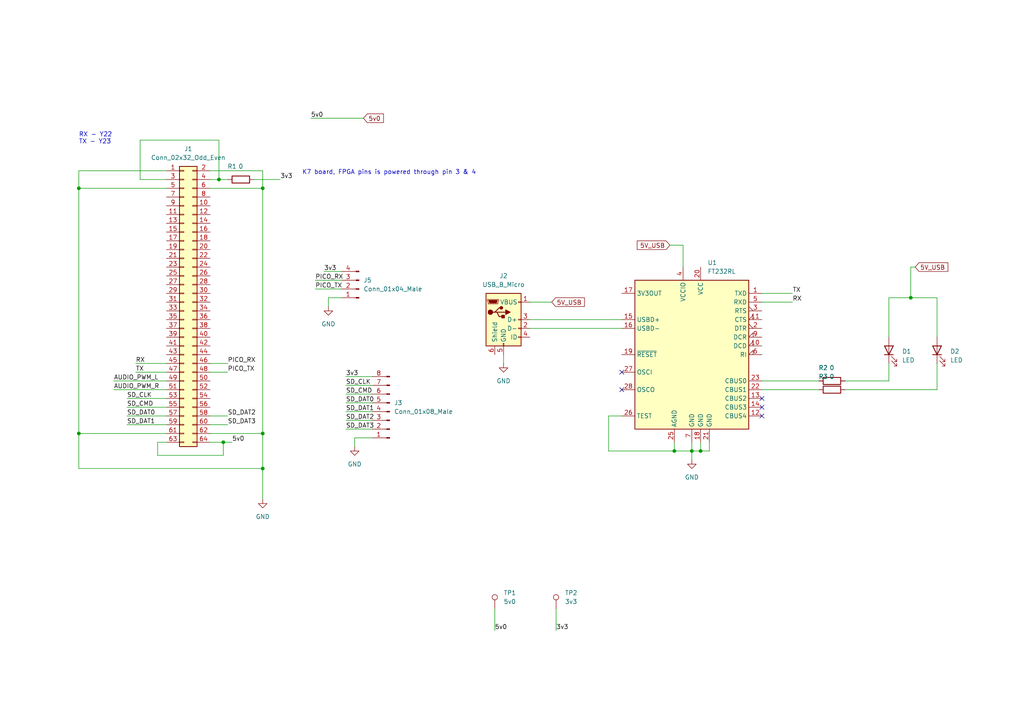
<source format=kicad_sch>
(kicad_sch (version 20211123) (generator eeschema)
  (paper "A4")
  (lib_symbols
    (symbol "Connector:Conn_01x02_Male" (pin_names (offset 1.016) hide)
      (property "Reference" "J" (at 0 2.54 0))
      (property "Value" "Conn_01x02_Male" (at 0 -5.08 0))
      (symbol "Conn_01x02_Male_1_1"
        (polyline (pts (xy 1.27 -2.54) (xy 0.8636 -2.54)) (stroke (width 0.1524)))
        (polyline (pts (xy 1.27 0) (xy 0.8636 0)) (stroke (width 0.1524)))
        (rectangle (start 0.8636 -2.413) (end 0 -2.667) (stroke (width 0.1524)) (fill (type outline)))
        (rectangle (start 0.8636 0.127) (end 0 -0.127) (stroke (width 0.1524)) (fill (type outline)))
        (pin passive line (at 5.08 0 180) (length 3.81) (name "Pin_1") (number "1"))
        (pin passive line (at 5.08 -2.54 180) (length 3.81) (name "Pin_2") (number "2"))
      )
    )
    (symbol "Connector:Conn_01x03_Male" (pin_names (offset 1.016) hide)
      (property "Reference" "J" (at 0 5.08 0))
      (property "Value" "Conn_01x03_Male" (at 0 -5.08 0))
      (symbol "Conn_01x03_Male_1_1"
        (polyline (pts (xy 1.27 -2.54) (xy 0.8636 -2.54)) (stroke (width 0.1524)))
        (polyline (pts (xy 1.27 0) (xy 0.8636 0)) (stroke (width 0.1524)))
        (polyline (pts (xy 1.27 2.54) (xy 0.8636 2.54)) (stroke (width 0.1524)))
        (rectangle (start 0.8636 -2.413) (end 0 -2.667) (stroke (width 0.1524)) (fill (type outline)))
        (rectangle (start 0.8636 0.127) (end 0 -0.127) (stroke (width 0.1524)) (fill (type outline)))
        (rectangle (start 0.8636 2.667) (end 0 2.413) (stroke (width 0.1524)) (fill (type outline)))
        (pin passive line (at 5.08 2.54 180) (length 3.81) (name "Pin_1") (number "1"))
        (pin passive line (at 5.08 0 180) (length 3.81) (name "Pin_2") (number "2"))
        (pin passive line (at 5.08 -2.54 180) (length 3.81) (name "Pin_3") (number "3"))
      )
    )
    (symbol "Connector:Conn_01x04_Male" (pin_names (offset 1.016) hide)
      (property "Reference" "J" (at 0 5.08 0))
      (property "Value" "Conn_01x04_Male" (at 0 -7.62 0))
      (symbol "Conn_01x04_Male_1_1"
        (polyline (pts (xy 1.27 -5.08) (xy 0.8636 -5.08)) (stroke (width 0.1524)))
        (polyline (pts (xy 1.27 -2.54) (xy 0.8636 -2.54)) (stroke (width 0.1524)))
        (polyline (pts (xy 1.27 0) (xy 0.8636 0)) (stroke (width 0.1524)))
        (polyline (pts (xy 1.27 2.54) (xy 0.8636 2.54)) (stroke (width 0.1524)))
        (rectangle (start 0.8636 -4.953) (end 0 -5.207) (stroke (width 0.1524)) (fill (type outline)))
        (rectangle (start 0.8636 -2.413) (end 0 -2.667) (stroke (width 0.1524)) (fill (type outline)))
        (rectangle (start 0.8636 0.127) (end 0 -0.127) (stroke (width 0.1524)) (fill (type outline)))
        (rectangle (start 0.8636 2.667) (end 0 2.413) (stroke (width 0.1524)) (fill (type outline)))
        (pin passive line (at 5.08 2.54 180) (length 3.81) (name "Pin_1") (number "1"))
        (pin passive line (at 5.08 0 180) (length 3.81) (name "Pin_2") (number "2"))
        (pin passive line (at 5.08 -2.54 180) (length 3.81) (name "Pin_3") (number "3"))
        (pin passive line (at 5.08 -5.08 180) (length 3.81) (name "Pin_4") (number "4"))
      )
    )
    (symbol "Connector:Conn_01x08_Male" (pin_names (offset 1.016) hide)
      (property "Reference" "J" (at 0 10.16 0))
      (property "Value" "Conn_01x08_Male" (at 0 -12.7 0))
      (symbol "Conn_01x08_Male_1_1"
        (polyline (pts (xy 1.27 -10.16) (xy 0.8636 -10.16)) (stroke (width 0.1524)))
        (polyline (pts (xy 1.27 -7.62) (xy 0.8636 -7.62)) (stroke (width 0.1524)))
        (polyline (pts (xy 1.27 -5.08) (xy 0.8636 -5.08)) (stroke (width 0.1524)))
        (polyline (pts (xy 1.27 -2.54) (xy 0.8636 -2.54)) (stroke (width 0.1524)))
        (polyline (pts (xy 1.27 0) (xy 0.8636 0)) (stroke (width 0.1524)))
        (polyline (pts (xy 1.27 2.54) (xy 0.8636 2.54)) (stroke (width 0.1524)))
        (polyline (pts (xy 1.27 5.08) (xy 0.8636 5.08)) (stroke (width 0.1524)))
        (polyline (pts (xy 1.27 7.62) (xy 0.8636 7.62)) (stroke (width 0.1524)))
        (rectangle (start 0.8636 -10.033) (end 0 -10.287) (stroke (width 0.1524)) (fill (type outline)))
        (rectangle (start 0.8636 -7.493) (end 0 -7.747) (stroke (width 0.1524)) (fill (type outline)))
        (rectangle (start 0.8636 -4.953) (end 0 -5.207) (stroke (width 0.1524)) (fill (type outline)))
        (rectangle (start 0.8636 -2.413) (end 0 -2.667) (stroke (width 0.1524)) (fill (type outline)))
        (rectangle (start 0.8636 0.127) (end 0 -0.127) (stroke (width 0.1524)) (fill (type outline)))
        (rectangle (start 0.8636 2.667) (end 0 2.413) (stroke (width 0.1524)) (fill (type outline)))
        (rectangle (start 0.8636 5.207) (end 0 4.953) (stroke (width 0.1524)) (fill (type outline)))
        (rectangle (start 0.8636 7.747) (end 0 7.493) (stroke (width 0.1524)) (fill (type outline)))
        (pin passive line (at 5.08 7.62 180) (length 3.81) (name "Pin_1") (number "1"))
        (pin passive line (at 5.08 5.08 180) (length 3.81) (name "Pin_2") (number "2"))
        (pin passive line (at 5.08 2.54 180) (length 3.81) (name "Pin_3") (number "3"))
        (pin passive line (at 5.08 0 180) (length 3.81) (name "Pin_4") (number "4"))
        (pin passive line (at 5.08 -2.54 180) (length 3.81) (name "Pin_5") (number "5"))
        (pin passive line (at 5.08 -5.08 180) (length 3.81) (name "Pin_6") (number "6"))
        (pin passive line (at 5.08 -7.62 180) (length 3.81) (name "Pin_7") (number "7"))
        (pin passive line (at 5.08 -10.16 180) (length 3.81) (name "Pin_8") (number "8"))
      )
    )
    (symbol "Connector:TestPoint" (pin_numbers hide) (pin_names (offset 0.762) hide)
      (property "Reference" "TP" (at 0 6.858 0))
      (property "Value" "TestPoint" (at 0 5.08 0))
      (symbol "TestPoint_0_1"
        (circle (center 0 3.302) (radius 0.762))
      )
      (symbol "TestPoint_1_1"
        (pin passive line (at 0 0 90) (length 2.54) (name "1") (number "1"))
      )
    )
    (symbol "Connector:USB_B_Micro" (pin_names (offset 1.016))
      (property "Reference" "J" (at -5.08 11.43 0))
      (property "Value" "USB_B_Micro" (at -5.08 8.89 0))
      (symbol "USB_B_Micro_0_1"
        (rectangle (start -5.08 -7.62) (end 5.08 7.62) (stroke (width 0.254)) (fill (type background)))
        (circle (center -3.81 2.159) (radius 0.635) (stroke (width 0.254)) (fill (type outline)))
        (circle (center -0.635 3.429) (radius 0.381) (stroke (width 0.254)) (fill (type outline)))
        (rectangle (start -0.127 -7.62) (end 0.127 -6.858))
        (polyline (pts (xy -1.905 2.159) (xy 0.635 2.159)) (stroke (width 0.254)))
        (polyline (pts (xy -3.175 2.159) (xy -2.54 2.159) (xy -1.27 3.429) (xy -0.635 3.429)) (stroke (width 0.254)))
        (polyline (pts (xy -2.54 2.159) (xy -1.905 2.159) (xy -1.27 0.889) (xy 0 0.889)) (stroke (width 0.254)))
        (polyline (pts (xy 0.635 2.794) (xy 0.635 1.524) (xy 1.905 2.159) (xy 0.635 2.794)) (stroke (width 0.254)) (fill (type outline)))
        (polyline (pts (xy -4.318 5.588) (xy -1.778 5.588) (xy -2.032 4.826) (xy -4.064 4.826) (xy -4.318 5.588)) (fill (type outline)))
        (polyline (pts (xy -4.699 5.842) (xy -4.699 5.588) (xy -4.445 4.826) (xy -4.445 4.572) (xy -1.651 4.572) (xy -1.651 4.826) (xy -1.397 5.588) (xy -1.397 5.842) (xy -4.699 5.842)))
        (rectangle (start 0.254 1.27) (end -0.508 0.508) (stroke (width 0.254)) (fill (type outline)))
        (rectangle (start 5.08 -5.207) (end 4.318 -4.953))
        (rectangle (start 5.08 -2.667) (end 4.318 -2.413))
        (rectangle (start 5.08 -0.127) (end 4.318 0.127))
        (rectangle (start 5.08 4.953) (end 4.318 5.207))
      )
      (symbol "USB_B_Micro_1_1"
        (pin power_out line (at 7.62 5.08 180) (length 2.54) (name "VBUS") (number "1"))
        (pin bidirectional line (at 7.62 -2.54 180) (length 2.54) (name "D-") (number "2"))
        (pin bidirectional line (at 7.62 0 180) (length 2.54) (name "D+") (number "3"))
        (pin passive line (at 7.62 -5.08 180) (length 2.54) (name "ID") (number "4"))
        (pin power_out line (at 0 -10.16 90) (length 2.54) (name "GND") (number "5"))
        (pin passive line (at -2.54 -10.16 90) (length 2.54) (name "Shield") (number "6"))
      )
    )
    (symbol "Connector_Generic:Conn_02x32_Odd_Even" (pin_names (offset 1.016) hide)
      (property "Reference" "J" (at 1.27 40.64 0))
      (property "Value" "Conn_02x32_Odd_Even" (at 1.27 -43.18 0))
      (symbol "Conn_02x32_Odd_Even_1_1"
        (rectangle (start -1.27 -40.513) (end 0 -40.767) (stroke (width 0.1524)))
        (rectangle (start -1.27 -37.973) (end 0 -38.227) (stroke (width 0.1524)))
        (rectangle (start -1.27 -35.433) (end 0 -35.687) (stroke (width 0.1524)))
        (rectangle (start -1.27 -32.893) (end 0 -33.147) (stroke (width 0.1524)))
        (rectangle (start -1.27 -30.353) (end 0 -30.607) (stroke (width 0.1524)))
        (rectangle (start -1.27 -27.813) (end 0 -28.067) (stroke (width 0.1524)))
        (rectangle (start -1.27 -25.273) (end 0 -25.527) (stroke (width 0.1524)))
        (rectangle (start -1.27 -22.733) (end 0 -22.987) (stroke (width 0.1524)))
        (rectangle (start -1.27 -20.193) (end 0 -20.447) (stroke (width 0.1524)))
        (rectangle (start -1.27 -17.653) (end 0 -17.907) (stroke (width 0.1524)))
        (rectangle (start -1.27 -15.113) (end 0 -15.367) (stroke (width 0.1524)))
        (rectangle (start -1.27 -12.573) (end 0 -12.827) (stroke (width 0.1524)))
        (rectangle (start -1.27 -10.033) (end 0 -10.287) (stroke (width 0.1524)))
        (rectangle (start -1.27 -7.493) (end 0 -7.747) (stroke (width 0.1524)))
        (rectangle (start -1.27 -4.953) (end 0 -5.207) (stroke (width 0.1524)))
        (rectangle (start -1.27 -2.413) (end 0 -2.667) (stroke (width 0.1524)))
        (rectangle (start -1.27 0.127) (end 0 -0.127) (stroke (width 0.1524)))
        (rectangle (start -1.27 2.667) (end 0 2.413) (stroke (width 0.1524)))
        (rectangle (start -1.27 5.207) (end 0 4.953) (stroke (width 0.1524)))
        (rectangle (start -1.27 7.747) (end 0 7.493) (stroke (width 0.1524)))
        (rectangle (start -1.27 10.287) (end 0 10.033) (stroke (width 0.1524)))
        (rectangle (start -1.27 12.827) (end 0 12.573) (stroke (width 0.1524)))
        (rectangle (start -1.27 15.367) (end 0 15.113) (stroke (width 0.1524)))
        (rectangle (start -1.27 17.907) (end 0 17.653) (stroke (width 0.1524)))
        (rectangle (start -1.27 20.447) (end 0 20.193) (stroke (width 0.1524)))
        (rectangle (start -1.27 22.987) (end 0 22.733) (stroke (width 0.1524)))
        (rectangle (start -1.27 25.527) (end 0 25.273) (stroke (width 0.1524)))
        (rectangle (start -1.27 28.067) (end 0 27.813) (stroke (width 0.1524)))
        (rectangle (start -1.27 30.607) (end 0 30.353) (stroke (width 0.1524)))
        (rectangle (start -1.27 33.147) (end 0 32.893) (stroke (width 0.1524)))
        (rectangle (start -1.27 35.687) (end 0 35.433) (stroke (width 0.1524)))
        (rectangle (start -1.27 38.227) (end 0 37.973) (stroke (width 0.1524)))
        (rectangle (start -1.27 39.37) (end 3.81 -41.91) (stroke (width 0.254)) (fill (type background)))
        (rectangle (start 3.81 -40.513) (end 2.54 -40.767) (stroke (width 0.1524)))
        (rectangle (start 3.81 -37.973) (end 2.54 -38.227) (stroke (width 0.1524)))
        (rectangle (start 3.81 -35.433) (end 2.54 -35.687) (stroke (width 0.1524)))
        (rectangle (start 3.81 -32.893) (end 2.54 -33.147) (stroke (width 0.1524)))
        (rectangle (start 3.81 -30.353) (end 2.54 -30.607) (stroke (width 0.1524)))
        (rectangle (start 3.81 -27.813) (end 2.54 -28.067) (stroke (width 0.1524)))
        (rectangle (start 3.81 -25.273) (end 2.54 -25.527) (stroke (width 0.1524)))
        (rectangle (start 3.81 -22.733) (end 2.54 -22.987) (stroke (width 0.1524)))
        (rectangle (start 3.81 -20.193) (end 2.54 -20.447) (stroke (width 0.1524)))
        (rectangle (start 3.81 -17.653) (end 2.54 -17.907) (stroke (width 0.1524)))
        (rectangle (start 3.81 -15.113) (end 2.54 -15.367) (stroke (width 0.1524)))
        (rectangle (start 3.81 -12.573) (end 2.54 -12.827) (stroke (width 0.1524)))
        (rectangle (start 3.81 -10.033) (end 2.54 -10.287) (stroke (width 0.1524)))
        (rectangle (start 3.81 -7.493) (end 2.54 -7.747) (stroke (width 0.1524)))
        (rectangle (start 3.81 -4.953) (end 2.54 -5.207) (stroke (width 0.1524)))
        (rectangle (start 3.81 -2.413) (end 2.54 -2.667) (stroke (width 0.1524)))
        (rectangle (start 3.81 0.127) (end 2.54 -0.127) (stroke (width 0.1524)))
        (rectangle (start 3.81 2.667) (end 2.54 2.413) (stroke (width 0.1524)))
        (rectangle (start 3.81 5.207) (end 2.54 4.953) (stroke (width 0.1524)))
        (rectangle (start 3.81 7.747) (end 2.54 7.493) (stroke (width 0.1524)))
        (rectangle (start 3.81 10.287) (end 2.54 10.033) (stroke (width 0.1524)))
        (rectangle (start 3.81 12.827) (end 2.54 12.573) (stroke (width 0.1524)))
        (rectangle (start 3.81 15.367) (end 2.54 15.113) (stroke (width 0.1524)))
        (rectangle (start 3.81 17.907) (end 2.54 17.653) (stroke (width 0.1524)))
        (rectangle (start 3.81 20.447) (end 2.54 20.193) (stroke (width 0.1524)))
        (rectangle (start 3.81 22.987) (end 2.54 22.733) (stroke (width 0.1524)))
        (rectangle (start 3.81 25.527) (end 2.54 25.273) (stroke (width 0.1524)))
        (rectangle (start 3.81 28.067) (end 2.54 27.813) (stroke (width 0.1524)))
        (rectangle (start 3.81 30.607) (end 2.54 30.353) (stroke (width 0.1524)))
        (rectangle (start 3.81 33.147) (end 2.54 32.893) (stroke (width 0.1524)))
        (rectangle (start 3.81 35.687) (end 2.54 35.433) (stroke (width 0.1524)))
        (rectangle (start 3.81 38.227) (end 2.54 37.973) (stroke (width 0.1524)))
        (pin passive line (at -5.08 38.1 0) (length 3.81) (name "Pin_1") (number "1"))
        (pin passive line (at 7.62 27.94 180) (length 3.81) (name "Pin_10") (number "10"))
        (pin passive line (at -5.08 25.4 0) (length 3.81) (name "Pin_11") (number "11"))
        (pin passive line (at 7.62 25.4 180) (length 3.81) (name "Pin_12") (number "12"))
        (pin passive line (at -5.08 22.86 0) (length 3.81) (name "Pin_13") (number "13"))
        (pin passive line (at 7.62 22.86 180) (length 3.81) (name "Pin_14") (number "14"))
        (pin passive line (at -5.08 20.32 0) (length 3.81) (name "Pin_15") (number "15"))
        (pin passive line (at 7.62 20.32 180) (length 3.81) (name "Pin_16") (number "16"))
        (pin passive line (at -5.08 17.78 0) (length 3.81) (name "Pin_17") (number "17"))
        (pin passive line (at 7.62 17.78 180) (length 3.81) (name "Pin_18") (number "18"))
        (pin passive line (at -5.08 15.24 0) (length 3.81) (name "Pin_19") (number "19"))
        (pin passive line (at 7.62 38.1 180) (length 3.81) (name "Pin_2") (number "2"))
        (pin passive line (at 7.62 15.24 180) (length 3.81) (name "Pin_20") (number "20"))
        (pin passive line (at -5.08 12.7 0) (length 3.81) (name "Pin_21") (number "21"))
        (pin passive line (at 7.62 12.7 180) (length 3.81) (name "Pin_22") (number "22"))
        (pin passive line (at -5.08 10.16 0) (length 3.81) (name "Pin_23") (number "23"))
        (pin passive line (at 7.62 10.16 180) (length 3.81) (name "Pin_24") (number "24"))
        (pin passive line (at -5.08 7.62 0) (length 3.81) (name "Pin_25") (number "25"))
        (pin passive line (at 7.62 7.62 180) (length 3.81) (name "Pin_26") (number "26"))
        (pin passive line (at -5.08 5.08 0) (length 3.81) (name "Pin_27") (number "27"))
        (pin passive line (at 7.62 5.08 180) (length 3.81) (name "Pin_28") (number "28"))
        (pin passive line (at -5.08 2.54 0) (length 3.81) (name "Pin_29") (number "29"))
        (pin passive line (at -5.08 35.56 0) (length 3.81) (name "Pin_3") (number "3"))
        (pin passive line (at 7.62 2.54 180) (length 3.81) (name "Pin_30") (number "30"))
        (pin passive line (at -5.08 0 0) (length 3.81) (name "Pin_31") (number "31"))
        (pin passive line (at 7.62 0 180) (length 3.81) (name "Pin_32") (number "32"))
        (pin passive line (at -5.08 -2.54 0) (length 3.81) (name "Pin_33") (number "33"))
        (pin passive line (at 7.62 -2.54 180) (length 3.81) (name "Pin_34") (number "34"))
        (pin passive line (at -5.08 -5.08 0) (length 3.81) (name "Pin_35") (number "35"))
        (pin passive line (at 7.62 -5.08 180) (length 3.81) (name "Pin_36") (number "36"))
        (pin passive line (at -5.08 -7.62 0) (length 3.81) (name "Pin_37") (number "37"))
        (pin passive line (at 7.62 -7.62 180) (length 3.81) (name "Pin_38") (number "38"))
        (pin passive line (at -5.08 -10.16 0) (length 3.81) (name "Pin_39") (number "39"))
        (pin passive line (at 7.62 35.56 180) (length 3.81) (name "Pin_4") (number "4"))
        (pin passive line (at 7.62 -10.16 180) (length 3.81) (name "Pin_40") (number "40"))
        (pin passive line (at -5.08 -12.7 0) (length 3.81) (name "Pin_41") (number "41"))
        (pin passive line (at 7.62 -12.7 180) (length 3.81) (name "Pin_42") (number "42"))
        (pin passive line (at -5.08 -15.24 0) (length 3.81) (name "Pin_43") (number "43"))
        (pin passive line (at 7.62 -15.24 180) (length 3.81) (name "Pin_44") (number "44"))
        (pin passive line (at -5.08 -17.78 0) (length 3.81) (name "Pin_45") (number "45"))
        (pin passive line (at 7.62 -17.78 180) (length 3.81) (name "Pin_46") (number "46"))
        (pin passive line (at -5.08 -20.32 0) (length 3.81) (name "Pin_47") (number "47"))
        (pin passive line (at 7.62 -20.32 180) (length 3.81) (name "Pin_48") (number "48"))
        (pin passive line (at -5.08 -22.86 0) (length 3.81) (name "Pin_49") (number "49"))
        (pin passive line (at -5.08 33.02 0) (length 3.81) (name "Pin_5") (number "5"))
        (pin passive line (at 7.62 -22.86 180) (length 3.81) (name "Pin_50") (number "50"))
        (pin passive line (at -5.08 -25.4 0) (length 3.81) (name "Pin_51") (number "51"))
        (pin passive line (at 7.62 -25.4 180) (length 3.81) (name "Pin_52") (number "52"))
        (pin passive line (at -5.08 -27.94 0) (length 3.81) (name "Pin_53") (number "53"))
        (pin passive line (at 7.62 -27.94 180) (length 3.81) (name "Pin_54") (number "54"))
        (pin passive line (at -5.08 -30.48 0) (length 3.81) (name "Pin_55") (number "55"))
        (pin passive line (at 7.62 -30.48 180) (length 3.81) (name "Pin_56") (number "56"))
        (pin passive line (at -5.08 -33.02 0) (length 3.81) (name "Pin_57") (number "57"))
        (pin passive line (at 7.62 -33.02 180) (length 3.81) (name "Pin_58") (number "58"))
        (pin passive line (at -5.08 -35.56 0) (length 3.81) (name "Pin_59") (number "59"))
        (pin passive line (at 7.62 33.02 180) (length 3.81) (name "Pin_6") (number "6"))
        (pin passive line (at 7.62 -35.56 180) (length 3.81) (name "Pin_60") (number "60"))
        (pin passive line (at -5.08 -38.1 0) (length 3.81) (name "Pin_61") (number "61"))
        (pin passive line (at 7.62 -38.1 180) (length 3.81) (name "Pin_62") (number "62"))
        (pin passive line (at -5.08 -40.64 0) (length 3.81) (name "Pin_63") (number "63"))
        (pin passive line (at 7.62 -40.64 180) (length 3.81) (name "Pin_64") (number "64"))
        (pin passive line (at -5.08 30.48 0) (length 3.81) (name "Pin_7") (number "7"))
        (pin passive line (at 7.62 30.48 180) (length 3.81) (name "Pin_8") (number "8"))
        (pin passive line (at -5.08 27.94 0) (length 3.81) (name "Pin_9") (number "9"))
      )
    )
    (symbol "Device:C" (pin_numbers hide) (pin_names (offset 0.254))
      (property "Reference" "C" (at 0.635 2.54 0))
      (property "Value" "C" (at 0.635 -2.54 0))
      (symbol "C_0_1"
        (polyline (pts (xy -2.032 -0.762) (xy 2.032 -0.762)) (stroke (width 0.508)))
        (polyline (pts (xy -2.032 0.762) (xy 2.032 0.762)) (stroke (width 0.508)))
      )
      (symbol "C_1_1"
        (pin passive line (at 0 3.81 270) (length 2.794) (name "~") (number "1"))
        (pin passive line (at 0 -3.81 90) (length 2.794) (name "~") (number "2"))
      )
    )
    (symbol "Device:C_Polarized" (pin_numbers hide) (pin_names (offset 0.254))
      (property "Reference" "C" (at 0.635 2.54 0))
      (property "Value" "C_Polarized" (at 0.635 -2.54 0))
      (symbol "C_Polarized_0_1"
        (rectangle (start -2.286 0.508) (end 2.286 1.016))
        (polyline (pts (xy -1.778 2.286) (xy -0.762 2.286)))
        (polyline (pts (xy -1.27 2.794) (xy -1.27 1.778)))
        (rectangle (start 2.286 -0.508) (end -2.286 -1.016) (fill (type outline)))
      )
      (symbol "C_Polarized_1_1"
        (pin passive line (at 0 3.81 270) (length 2.794) (name "~") (number "1"))
        (pin passive line (at 0 -3.81 90) (length 2.794) (name "~") (number "2"))
      )
    )
    (symbol "Device:LED" (pin_numbers hide) (pin_names (offset 1.016) hide)
      (property "Reference" "D" (at 0 2.54 0))
      (property "Value" "LED" (at 0 -2.54 0))
      (symbol "LED_0_1"
        (polyline (pts (xy -1.27 -1.27) (xy -1.27 1.27)) (stroke (width 0.254)))
        (polyline (pts (xy -1.27 0) (xy 1.27 0)))
        (polyline (pts (xy 1.27 -1.27) (xy 1.27 1.27) (xy -1.27 0) (xy 1.27 -1.27)) (stroke (width 0.254)))
        (polyline (pts (xy -3.048 -0.762) (xy -4.572 -2.286) (xy -3.81 -2.286) (xy -4.572 -2.286) (xy -4.572 -1.524)))
        (polyline (pts (xy -1.778 -0.762) (xy -3.302 -2.286) (xy -2.54 -2.286) (xy -3.302 -2.286) (xy -3.302 -1.524)))
      )
      (symbol "LED_1_1"
        (pin passive line (at -3.81 0 0) (length 2.54) (name "K") (number "1"))
        (pin passive line (at 3.81 0 180) (length 2.54) (name "A") (number "2"))
      )
    )
    (symbol "Device:R" (pin_numbers hide) (pin_names (offset 0))
      (property "Reference" "R" (at 2.032 0 90))
      (property "Value" "R" (at 0 0 90))
      (symbol "R_0_1"
        (rectangle (start -1.016 -2.54) (end 1.016 2.54) (stroke (width 0.254)))
      )
      (symbol "R_1_1"
        (pin passive line (at 0 3.81 270) (length 1.27) (name "~") (number "1"))
        (pin passive line (at 0 -3.81 90) (length 1.27) (name "~") (number "2"))
      )
    )
    (symbol "Interface_USB:FT232RL"
      (property "Reference" "U" (at -16.51 22.86 0))
      (property "Value" "FT232RL" (at 10.16 22.86 0))
      (symbol "FT232RL_0_1"
        (rectangle (start -16.51 21.59) (end 16.51 -21.59) (stroke (width 0.254)) (fill (type background)))
      )
      (symbol "FT232RL_1_1"
        (pin output line (at 20.32 17.78 180) (length 3.81) (name "TXD") (number "1"))
        (pin input input_low (at 20.32 2.54 180) (length 3.81) (name "DCD") (number "10"))
        (pin input input_low (at 20.32 10.16 180) (length 3.81) (name "CTS") (number "11"))
        (pin bidirectional line (at 20.32 -17.78 180) (length 3.81) (name "CBUS4") (number "12"))
        (pin bidirectional line (at 20.32 -12.7 180) (length 3.81) (name "CBUS2") (number "13"))
        (pin bidirectional line (at 20.32 -15.24 180) (length 3.81) (name "CBUS3") (number "14"))
        (pin bidirectional line (at -20.32 10.16 0) (length 3.81) (name "USBD+") (number "15"))
        (pin bidirectional line (at -20.32 7.62 0) (length 3.81) (name "USBD-") (number "16"))
        (pin power_out line (at -20.32 17.78 0) (length 3.81) (name "3V3OUT") (number "17"))
        (pin power_in line (at 2.54 -25.4 90) (length 3.81) (name "GND") (number "18"))
        (pin input line (at -20.32 0 0) (length 3.81) (name "~{RESET}") (number "19"))
        (pin output output_low (at 20.32 7.62 180) (length 3.81) (name "DTR") (number "2"))
        (pin power_in line (at 2.54 25.4 270) (length 3.81) (name "VCC") (number "20"))
        (pin power_in line (at 5.08 -25.4 90) (length 3.81) (name "GND") (number "21"))
        (pin bidirectional line (at 20.32 -10.16 180) (length 3.81) (name "CBUS1") (number "22"))
        (pin bidirectional line (at 20.32 -7.62 180) (length 3.81) (name "CBUS0") (number "23"))
        (pin power_in line (at -5.08 -25.4 90) (length 3.81) (name "AGND") (number "25"))
        (pin input line (at -20.32 -17.78 0) (length 3.81) (name "TEST") (number "26"))
        (pin input line (at -20.32 -5.08 0) (length 3.81) (name "OSCI") (number "27"))
        (pin output line (at -20.32 -10.16 0) (length 3.81) (name "OSCO") (number "28"))
        (pin output output_low (at 20.32 12.7 180) (length 3.81) (name "RTS") (number "3"))
        (pin power_in line (at -2.54 25.4 270) (length 3.81) (name "VCCIO") (number "4"))
        (pin input line (at 20.32 15.24 180) (length 3.81) (name "RXD") (number "5"))
        (pin input input_low (at 20.32 0 180) (length 3.81) (name "RI") (number "6"))
        (pin power_in line (at 0 -25.4 90) (length 3.81) (name "GND") (number "7"))
        (pin input input_low (at 20.32 5.08 180) (length 3.81) (name "DCR") (number "9"))
      )
    )
    (symbol "Regulator_Linear:LP2951-3.3_SOIC"
      (property "Reference" "U" (at -6.35 11.43 0))
      (property "Value" "LP2951-3.3_SOIC" (at 10.16 11.43 0))
      (symbol "LP2951-3.3_SOIC_0_1"
        (rectangle (start -7.62 10.16) (end 7.62 -10.16) (stroke (width 0.254)) (fill (type background)))
      )
      (symbol "LP2951-3.3_SOIC_1_1"
        (pin power_out line (at 10.16 7.62 180) (length 2.54) (name "OUT") (number "1"))
        (pin passive line (at 10.16 5.08 180) (length 2.54) (name "SENSE") (number "2"))
        (pin input line (at -10.16 2.54 0) (length 2.54) (name "SHUTDOWN") (number "3"))
        (pin power_in line (at 0 -12.7 90) (length 2.54) (name "GND") (number "4"))
        (pin open_collector line (at 10.16 0 180) (length 2.54) (name "~{ERROR}") (number "5"))
        (pin input line (at 10.16 -5.08 180) (length 2.54) (name "VTAP") (number "6"))
        (pin input line (at 10.16 -2.54 180) (length 2.54) (name "FEEDBACK") (number "7"))
        (pin power_in line (at -10.16 7.62 0) (length 2.54) (name "IN") (number "8"))
      )
    )
    (symbol "power:GND" (power) (pin_names (offset 0))
      (property "Value" "GND" (at 0 -3.81 0))
      (symbol "GND_0_1"
        (polyline (pts (xy 0 0) (xy 0 -1.27) (xy 1.27 -1.27) (xy 0 -2.54) (xy -1.27 -1.27) (xy 0 -1.27)))
      )
      (symbol "GND_1_1"
        (pin power_in line (at 0 0 270) (length 0) hide (name "GND") (number "1"))
      )
    )
  )
  (junction (at 195.58 130.81))
  (junction (at 203.2 130.81))
  (junction (at 264.16 86.36))
  (junction (at 22.86 125.73))
  (junction (at 64.77 128.27))
  (junction (at -101.6 74.93))
  (junction (at 63.5 52.07))
  (junction (at -101.6 63.5))
  (junction (at -85.09 102.87))
  (junction (at -93.98 102.87))
  (junction (at -111.76 125.73))
  (junction (at -132.08 74.93))
  (junction (at 76.2 135.89))
  (junction (at -71.12 102.87))
  (junction (at 76.2 125.73))
  (junction (at 76.2 54.61))
  (junction (at -101.6 52.07))
  (junction (at -132.08 63.5))
  (junction (at 200.66 130.81))
  (junction (at -85.09 116.84))
  (junction (at 22.86 54.61))
  (junction (at -132.08 52.07))
  (no_connect (at -101.6 110.49))
  (no_connect (at 220.98 115.57))
  (no_connect (at 220.98 120.65))
  (no_connect (at 220.98 118.11))
  (no_connect (at 180.34 113.03))
  (no_connect (at 180.34 107.95))
  (wire (pts (xy 76.2 125.73) (xy 60.96 125.73)))
  (wire (pts (xy 63.5 52.07) (xy 66.04 52.07)))
  (wire (pts (xy 40.64 40.64) (xy 63.5 40.64)))
  (wire (pts (xy 91.44 81.28) (xy 99.06 81.28)))
  (wire (pts (xy -101.6 102.87) (xy -93.98 102.87)))
  (wire (pts (xy 153.67 92.71) (xy 180.34 92.71)))
  (wire (pts (xy 220.98 110.49) (xy 237.49 110.49)))
  (wire (pts (xy 22.86 125.73) (xy 22.86 135.89)))
  (wire (pts (xy 100.33 116.84) (xy 107.95 116.84)))
  (wire (pts (xy 245.11 110.49) (xy 257.81 110.49)))
  (wire (pts (xy 64.77 128.27) (xy 67.31 128.27)))
  (wire (pts (xy 102.87 129.54) (xy 102.87 127)))
  (wire (pts (xy -78.74 60.96) (xy -78.74 52.07)))
  (wire (pts (xy -132.08 62.23) (xy -132.08 63.5)))
  (wire (pts (xy 93.98 78.74) (xy 99.06 78.74)))
  (wire (pts (xy -78.74 52.07) (xy -82.55 52.07)))
  (wire (pts (xy 100.33 111.76) (xy 107.95 111.76)))
  (wire (pts (xy -71.12 102.87) (xy -71.12 106.68)))
  (wire (pts (xy -144.78 102.87) (xy -121.92 102.87)))
  (wire (pts (xy 194.31 71.12) (xy 198.12 71.12)))
  (wire (pts (xy 264.16 86.36) (xy 257.81 86.36)))
  (wire (pts (xy -93.98 105.41) (xy -93.98 102.87)))
  (wire (pts (xy 195.58 128.27) (xy 195.58 130.81)))
  (wire (pts (xy 76.2 135.89) (xy 76.2 125.73)))
  (wire (pts (xy -132.08 63.5) (xy -132.08 64.77)))
  (wire (pts (xy -101.6 63.5) (xy -101.6 64.77)))
  (wire (pts (xy -71.12 116.84) (xy -85.09 116.84)))
  (wire (pts (xy -111.76 125.73) (xy -111.76 128.27)))
  (wire (pts (xy 91.44 83.82) (xy 99.06 83.82)))
  (wire (pts (xy -74.93 60.96) (xy -78.74 60.96)))
  (wire (pts (xy 60.96 120.65) (xy 66.04 120.65)))
  (wire (pts (xy 195.58 130.81) (xy 200.66 130.81)))
  (wire (pts (xy 22.86 135.89) (xy 76.2 135.89)))
  (wire (pts (xy 264.16 77.47) (xy 264.16 86.36)))
  (wire (pts (xy 176.53 130.81) (xy 195.58 130.81)))
  (wire (pts (xy 100.33 109.22) (xy 107.95 109.22)))
  (wire (pts (xy 76.2 54.61) (xy 76.2 125.73)))
  (wire (pts (xy 40.64 52.07) (xy 40.64 40.64)))
  (wire (pts (xy 205.74 130.81) (xy 203.2 130.81)))
  (wire (pts (xy 22.86 54.61) (xy 48.26 54.61)))
  (wire (pts (xy -78.74 74.93) (xy -82.55 74.93)))
  (wire (pts (xy 39.37 107.95) (xy 48.26 107.95)))
  (wire (pts (xy 95.25 86.36) (xy 99.06 86.36)))
  (wire (pts (xy 100.33 124.46) (xy 107.95 124.46)))
  (wire (pts (xy 257.81 110.49) (xy 257.81 105.41)))
  (wire (pts (xy -71.12 114.3) (xy -71.12 116.84)))
  (wire (pts (xy 265.43 77.47) (xy 264.16 77.47)))
  (wire (pts (xy -85.09 102.87) (xy -85.09 106.68)))
  (wire (pts (xy 45.72 132.08) (xy 64.77 132.08)))
  (wire (pts (xy 60.96 49.53) (xy 76.2 49.53)))
  (wire (pts (xy -101.6 63.5) (xy -101.6 62.23)))
  (wire (pts (xy -85.09 116.84) (xy -85.09 118.11)))
  (wire (pts (xy 48.26 128.27) (xy 45.72 128.27)))
  (wire (pts (xy 60.96 128.27) (xy 64.77 128.27)))
  (wire (pts (xy 102.87 127) (xy 107.95 127)))
  (wire (pts (xy -125.73 156.21) (xy -125.73 152.4)))
  (wire (pts (xy -142.24 74.93) (xy -132.08 74.93)))
  (wire (pts (xy -93.98 115.57) (xy -93.98 113.03)))
  (wire (pts (xy 200.66 130.81) (xy 200.66 133.35)))
  (wire (pts (xy 76.2 144.78) (xy 76.2 135.89)))
  (wire (pts (xy -121.92 107.95) (xy -127 107.95)))
  (wire (pts (xy 203.2 128.27) (xy 203.2 130.81)))
  (wire (pts (xy 33.02 113.03) (xy 48.26 113.03)))
  (wire (pts (xy -93.98 102.87) (xy -85.09 102.87)))
  (wire (pts (xy 45.72 128.27) (xy 45.72 132.08)))
  (wire (pts (xy 63.5 40.64) (xy 63.5 52.07)))
  (wire (pts (xy -101.6 52.07) (xy -113.03 52.07)))
  (wire (pts (xy 257.81 86.36) (xy 257.81 97.79)))
  (wire (pts (xy 60.96 105.41) (xy 66.04 105.41)))
  (wire (pts (xy 203.2 130.81) (xy 200.66 130.81)))
  (wire (pts (xy 271.78 113.03) (xy 271.78 105.41)))
  (wire (pts (xy 95.25 88.9) (xy 95.25 86.36)))
  (wire (pts (xy 220.98 113.03) (xy 237.49 113.03)))
  (wire (pts (xy 39.37 105.41) (xy 48.26 105.41)))
  (wire (pts (xy 180.34 120.65) (xy 176.53 120.65)))
  (wire (pts (xy -85.09 102.87) (xy -71.12 102.87)))
  (wire (pts (xy 76.2 49.53) (xy 76.2 54.61)))
  (wire (pts (xy 60.96 107.95) (xy 66.04 107.95)))
  (wire (pts (xy 36.83 115.57) (xy 48.26 115.57)))
  (wire (pts (xy 153.67 87.63) (xy 160.02 87.63)))
  (wire (pts (xy -101.6 54.61) (xy -101.6 52.07)))
  (wire (pts (xy -74.93 66.04) (xy -78.74 66.04)))
  (wire (pts (xy -127 107.95) (xy -127 125.73)))
  (wire (pts (xy 90.17 34.29) (xy 105.41 34.29)))
  (wire (pts (xy 64.77 132.08) (xy 64.77 128.27)))
  (wire (pts (xy 146.05 102.87) (xy 146.05 105.41)))
  (wire (pts (xy -139.7 63.5) (xy -132.08 63.5)))
  (wire (pts (xy 200.66 128.27) (xy 200.66 130.81)))
  (wire (pts (xy 100.33 121.92) (xy 107.95 121.92)))
  (wire (pts (xy 271.78 86.36) (xy 264.16 86.36)))
  (wire (pts (xy 36.83 120.65) (xy 48.26 120.65)))
  (wire (pts (xy -132.08 72.39) (xy -132.08 74.93)))
  (wire (pts (xy 73.66 52.07) (xy 81.28 52.07)))
  (wire (pts (xy -71.12 102.87) (xy -57.15 102.87)))
  (wire (pts (xy 60.96 123.19) (xy 66.04 123.19)))
  (wire (pts (xy -132.08 52.07) (xy -120.65 52.07)))
  (wire (pts (xy -163.83 74.93) (xy -149.86 74.93)))
  (wire (pts (xy 198.12 71.12) (xy 198.12 77.47)))
  (wire (pts (xy 48.26 125.73) (xy 22.86 125.73)))
  (wire (pts (xy -142.24 52.07) (xy -132.08 52.07)))
  (wire (pts (xy -132.08 74.93) (xy -120.65 74.93)))
  (wire (pts (xy 271.78 97.79) (xy 271.78 86.36)))
  (wire (pts (xy -111.76 123.19) (xy -111.76 125.73)))
  (wire (pts (xy -163.83 52.07) (xy -149.86 52.07)))
  (wire (pts (xy -101.6 63.5) (xy -74.93 63.5)))
  (wire (pts (xy 176.53 120.65) (xy 176.53 130.81)))
  (wire (pts (xy -101.6 52.07) (xy -90.17 52.07)))
  (wire (pts (xy 100.33 119.38) (xy 107.95 119.38)))
  (wire (pts (xy 36.83 118.11) (xy 48.26 118.11)))
  (wire (pts (xy 33.02 110.49) (xy 48.26 110.49)))
  (wire (pts (xy 161.29 176.53) (xy 161.29 182.88)))
  (wire (pts (xy 48.26 49.53) (xy 22.86 49.53)))
  (wire (pts (xy -127 125.73) (xy -111.76 125.73)))
  (wire (pts (xy -101.6 74.93) (xy -90.17 74.93)))
  (wire (pts (xy -85.09 114.3) (xy -85.09 116.84)))
  (wire (pts (xy 205.74 128.27) (xy 205.74 130.81)))
  (wire (pts (xy 220.98 85.09) (xy 229.87 85.09)))
  (wire (pts (xy 48.26 52.07) (xy 40.64 52.07)))
  (wire (pts (xy -78.74 66.04) (xy -78.74 74.93)))
  (wire (pts (xy 100.33 114.3) (xy 107.95 114.3)))
  (wire (pts (xy -132.08 52.07) (xy -132.08 54.61)))
  (wire (pts (xy -130.81 152.4) (xy -125.73 152.4)))
  (wire (pts (xy -101.6 72.39) (xy -101.6 74.93)))
  (wire (pts (xy -101.6 105.41) (xy -93.98 105.41)))
  (wire (pts (xy 22.86 54.61) (xy 22.86 125.73)))
  (wire (pts (xy 143.51 176.53) (xy 143.51 182.88)))
  (wire (pts (xy -101.6 115.57) (xy -93.98 115.57)))
  (wire (pts (xy -101.6 74.93) (xy -113.03 74.93)))
  (wire (pts (xy -130.81 149.86) (xy -120.65 149.86)))
  (wire (pts (xy 153.67 95.25) (xy 180.34 95.25)))
  (wire (pts (xy 60.96 52.07) (xy 63.5 52.07)))
  (wire (pts (xy -101.6 113.03) (xy -93.98 113.03)))
  (wire (pts (xy -139.7 66.04) (xy -139.7 63.5)))
  (wire (pts (xy 245.11 113.03) (xy 271.78 113.03)))
  (wire (pts (xy -132.08 63.5) (xy -101.6 63.5)))
  (wire (pts (xy 220.98 87.63) (xy 229.87 87.63)))
  (wire (pts (xy 60.96 54.61) (xy 76.2 54.61)))
  (wire (pts (xy 22.86 49.53) (xy 22.86 54.61)))
  (wire (pts (xy 36.83 123.19) (xy 48.26 123.19)))
  (text "RX - Y22\nTX - Y23" (at 22.86 41.91 0) (effects (font (size 1.27 1.27)) (justify left bottom)))
  (text "K7 board, FPGA pins is powered through pin 3 & 4" (at 87.63 50.8 0) (effects (font (size 1.27 1.27)) (justify left bottom)))
  (label "SD_CMD" (at 100.33 114.3 0))
  (label "TX" (at 229.87 85.09 0))
  (label "AUDIO_PWM_L" (at 33.02 110.49 0))
  (label "AUDIO_PWM_R" (at 33.02 113.03 0))
  (label "RX" (at 39.37 105.41 0))
  (label "AUDIO_PWM_L" (at -163.83 52.07 0))
  (label "3v3" (at -57.15 102.87 0))
  (label "3v3" (at 161.29 182.88 0))
  (label "3v3" (at 100.33 109.22 0))
  (label "PICO_RX" (at 91.44 81.28 0))
  (label "5v0" (at 90.17 34.29 0))
  (label "PICO_RX" (at 66.04 105.41 0))
  (label "AUDIO_PWM_R" (at -163.83 74.93 0))
  (label "SD_CLK" (at 100.33 111.76 0))
  (label "SD_DAT1" (at 36.83 123.19 0))
  (label "PICO_TX" (at 91.44 83.82 0))
  (label "SD_DAT3" (at 100.33 124.46 0))
  (label "5v0" (at 67.31 128.27 0))
  (label "RX" (at 229.87 87.63 0))
  (label "5v0" (at 143.51 182.88 0))
  (label "SD_CMD" (at 36.83 118.11 0))
  (label "SD_DAT2" (at 100.33 121.92 0))
  (label "PICO_TX" (at 66.04 107.95 0))
  (label "SD_DAT0" (at 36.83 120.65 0))
  (label "SD_DAT3" (at 66.04 123.19 0))
  (label "SD_CLK" (at 36.83 115.57 0))
  (label "TX" (at 39.37 107.95 0))
  (label "3v3" (at 93.98 78.74 0))
  (label "3v3" (at 81.28 52.07 0))
  (label "SD_DAT2" (at 66.04 120.65 0))
  (label "SD_DAT0" (at 100.33 116.84 0))
  (label "SD_DAT1" (at 100.33 119.38 0))
  (global_label "VIN" (shape input) (at -144.78 102.87 180) (property "Intersheet References" "${INTERSHEET_REFS}" (effects hide)))
  (global_label "5v0" (shape input) (at 105.41 34.29 0) (property "Intersheet References" "${INTERSHEET_REFS}" (effects hide)))
  (global_label "5V_USB" (shape input) (at 265.43 77.47 0) (property "Intersheet References" "${INTERSHEET_REFS}" (effects hide)))
  (global_label "5V_USB" (shape input) (at 194.31 71.12 180) (property "Intersheet References" "${INTERSHEET_REFS}" (effects hide)))
  (global_label "5V_USB" (shape input) (at 160.02 87.63 0) (property "Intersheet References" "${INTERSHEET_REFS}" (effects hide)))
  (global_label "VIN" (shape input) (at -120.65 149.86 0) (property "Intersheet References" "${INTERSHEET_REFS}" (effects hide)))
  (symbol (lib_id "Device:C") (at -132.08 58.42 0) (unit 1)
    (property "Reference" "C1" (at -127 57.1499 0) (effects (justify left)))
    (property "Value" "10nF" (at -127 59.6899 0) (effects (justify left)))
    (property "Footprint" "Capacitor_SMD:C_0805_2012Metric_Pad1.18x1.45mm_HandSolder" (effects hide))
  )
  (symbol (lib_id "power:GND") (at -125.73 156.21 0) (unit 1)
    (property "Reference" "#PWR0105" (effects hide))
    (property "Value" "GND" (at -125.73 161.29 0))
  )
  (symbol (lib_id "Interface_USB:FT232RL") (at 200.66 102.87 0) (unit 1)
    (property "Reference" "U1" (at 205.2194 76.2 0) (effects (justify left)))
    (property "Value" "FT232RL" (at 205.2194 78.74 0) (effects (justify left)))
    (property "Footprint" "Package_SO:SSOP-28_5.3x10.2mm_P0.65mm" (effects hide))
    (property "Datasheet" "https://www.ftdichip.com/Support/Documents/DataSheets/ICs/DS_FT232R.pdf" (effects hide))
  )
  (symbol (lib_id "power:GND") (at 146.05 105.41 0) (unit 1)
    (property "Reference" "#PWR02" (effects hide))
    (property "Value" "GND" (at 146.05 110.49 0))
  )
  (symbol (lib_id "power:GND") (at 76.2 144.78 0) (unit 1)
    (property "Reference" "#PWR01" (effects hide))
    (property "Value" "GND" (at 76.2 149.86 0))
  )
  (symbol (lib_id "Device:C") (at -101.6 68.58 0) (unit 1)
    (property "Reference" "C4" (at -96.52 67.3099 0) (effects (justify left)))
    (property "Value" "10nF" (at -96.52 69.8499 0) (effects (justify left)))
    (property "Footprint" "Capacitor_SMD:C_0805_2012Metric_Pad1.18x1.45mm_HandSolder" (effects hide))
  )
  (symbol (lib_id "power:GND") (at -85.09 118.11 0) (unit 1)
    (property "Reference" "#PWR0104" (effects hide))
    (property "Value" "GND" (at -85.09 123.19 0))
  )
  (symbol (lib_id "Connector:TestPoint") (at 143.51 176.53 0) (unit 1)
    (property "Reference" "TP1" (at 146.05 171.9579 0) (effects (justify left)))
    (property "Value" "5v0" (at 146.05 174.4979 0) (effects (justify left)))
    (property "Footprint" "TestPoint:TestPoint_Pad_D1.5mm" (effects hide))
  )
  (symbol (lib_id "Connector:Conn_01x04_Male") (at 104.14 83.82 180) (unit 1)
    (property "Reference" "J5" (at 105.41 81.2799 0) (effects (justify right)))
    (property "Value" "Conn_01x04_Male" (at 105.41 83.8199 0) (effects (justify right)))
    (property "Footprint" "Connector_Molex:Molex_KK-254_AE-6410-04A_1x04_P2.54mm_Vertical" (effects hide))
  )
  (symbol (lib_id "Device:C") (at -101.6 58.42 0) (unit 1)
    (property "Reference" "C3" (at -96.52 57.1499 0) (effects (justify left)))
    (property "Value" "10nF" (at -96.52 59.6899 0) (effects (justify left)))
    (property "Footprint" "Capacitor_SMD:C_0805_2012Metric_Pad1.18x1.45mm_HandSolder" (effects hide))
  )
  (symbol (lib_id "Regulator_Linear:LP2951-3.3_SOIC") (at -111.76 110.49 0) (unit 1)
    (property "Reference" "U2" (at -111.76 95.25 0))
    (property "Value" "LP2951-3.3_SOIC" (at -111.76 97.79 0))
    (property "Footprint" "Package_SO:SOIC-8_3.9x4.9mm_P1.27mm" (effects hide))
    (property "Datasheet" "http://www.ti.com/lit/ds/symlink/lp2951.pdf" (effects hide))
  )
  (symbol (lib_id "Device:R") (at -146.05 52.07 90) (unit 1)
    (property "Reference" "R4" (at -148.59 48.26 90))
    (property "Value" "560" (at -144.78 48.26 90))
    (property "Footprint" "Resistor_SMD:R_0805_2012Metric_Pad1.20x1.40mm_HandSolder" (effects hide))
  )
  (symbol (lib_id "Device:R") (at -116.84 52.07 90) (unit 1)
    (property "Reference" "R6" (at -119.38 48.26 90))
    (property "Value" "560" (at -114.3 48.26 90))
    (property "Footprint" "Resistor_SMD:R_0805_2012Metric_Pad1.20x1.40mm_HandSolder" (effects hide))
  )
  (symbol (lib_id "power:GND") (at 200.66 133.35 0) (unit 1)
    (property "Reference" "#PWR03" (effects hide))
    (property "Value" "GND" (at 200.66 138.43 0))
  )
  (symbol (lib_id "Device:LED") (at 257.81 101.6 90) (unit 1)
    (property "Reference" "D1" (at 261.62 101.9174 90) (effects (justify right)))
    (property "Value" "LED" (at 261.62 104.4574 90) (effects (justify right)))
  )
  (symbol (lib_id "Device:C_Polarized") (at -86.36 74.93 90) (unit 1)
    (property "Reference" "C6" (at -87.249 67.31 90))
    (property "Value" "100uF" (at -87.249 69.85 90))
  )
  (symbol (lib_id "Connector:Conn_01x08_Male") (at 113.03 119.38 180) (unit 1)
    (property "Reference" "J3" (at 114.3 116.8399 0) (effects (justify right)))
    (property "Value" "Conn_01x08_Male" (at 114.3 119.3799 0) (effects (justify right)))
    (property "Footprint" "Connector_Molex:Molex_KK-254_AE-6410-08A_1x08_P2.54mm_Vertical" (effects hide))
  )
  (symbol (lib_id "power:GND") (at 102.87 129.54 0) (unit 1)
    (property "Reference" "#PWR0102" (effects hide))
    (property "Value" "GND" (at 102.87 134.62 0))
  )
  (symbol (lib_id "power:GND") (at -139.7 66.04 0) (unit 1)
    (property "Reference" "#PWR04" (effects hide))
    (property "Value" "GND" (at -139.7 71.12 0))
  )
  (symbol (lib_id "Device:LED") (at 271.78 101.6 90) (unit 1)
    (property "Reference" "D2" (at 275.59 101.9174 90) (effects (justify right)))
    (property "Value" "LED" (at 275.59 104.4574 90) (effects (justify right)))
  )
  (symbol (lib_id "Device:C") (at -71.12 110.49 0) (unit 1)
    (property "Reference" "C8" (at -66.04 109.2199 0) (effects (justify left)))
    (property "Value" "2.2uF" (at -66.04 111.7599 0) (effects (justify left)))
    (property "Footprint" "Capacitor_SMD:C_0805_2012Metric_Pad1.18x1.45mm_HandSolder" (effects hide))
  )
  (symbol (lib_id "Connector:USB_B_Micro") (at 146.05 92.71 0) (unit 1)
    (property "Reference" "J2" (at 146.05 80.01 0))
    (property "Value" "USB_B_Micro" (at 146.05 82.55 0))
  )
  (symbol (lib_id "power:GND") (at 95.25 88.9 0) (unit 1)
    (property "Reference" "#PWR0101" (effects hide))
    (property "Value" "GND" (at 95.25 93.98 0))
  )
  (symbol (lib_id "Device:R") (at 69.85 52.07 90) (unit 1)
    (property "Reference" "R1" (at 67.31 48.26 90))
    (property "Value" "0" (at 69.85 48.26 90))
    (property "Footprint" "Resistor_SMD:R_0805_2012Metric_Pad1.20x1.40mm_HandSolder" (effects hide))
  )
  (symbol (lib_id "Device:C") (at -85.09 110.49 0) (unit 1)
    (property "Reference" "C7" (at -80.01 109.2199 0) (effects (justify left)))
    (property "Value" "0.1uF" (at -80.01 111.7599 0) (effects (justify left)))
    (property "Footprint" "Capacitor_SMD:C_0805_2012Metric_Pad1.18x1.45mm_HandSolder" (effects hide))
  )
  (symbol (lib_id "power:GND") (at -111.76 128.27 0) (unit 1)
    (property "Reference" "#PWR0103" (effects hide))
    (property "Value" "GND" (at -111.76 133.35 0))
  )
  (symbol (lib_id "Device:C") (at -132.08 68.58 0) (unit 1)
    (property "Reference" "C2" (at -127 67.3099 0) (effects (justify left)))
    (property "Value" "10nF" (at -127 69.8499 0) (effects (justify left)))
    (property "Footprint" "Capacitor_SMD:C_0805_2012Metric_Pad1.18x1.45mm_HandSolder" (effects hide))
  )
  (symbol (lib_id "Device:C_Polarized") (at -86.36 52.07 90) (unit 1)
    (property "Reference" "C5" (at -87.249 44.45 90))
    (property "Value" "100uF" (at -87.249 46.99 90))
  )
  (symbol (lib_id "Device:R") (at 241.3 110.49 90) (unit 1)
    (property "Reference" "R2" (at 238.76 106.68 90))
    (property "Value" "0" (at 241.3 106.68 90))
    (property "Footprint" "Resistor_SMD:R_0805_2012Metric_Pad1.20x1.40mm_HandSolder" (effects hide))
  )
  (symbol (lib_id "Device:R") (at -116.84 74.93 90) (unit 1)
    (property "Reference" "R7" (at -119.38 71.12 90))
    (property "Value" "560" (at -115.57 71.12 90))
    (property "Footprint" "Resistor_SMD:R_0805_2012Metric_Pad1.20x1.40mm_HandSolder" (effects hide))
  )
  (symbol (lib_id "Connector:Conn_01x03_Male") (at -69.85 63.5 180) (unit 1)
    (property "Reference" "J4" (at -67.31 62.2299 0) (effects (justify right)))
    (property "Value" "Conn_01x03_Male" (at -67.31 64.7699 0) (effects (justify right)))
    (property "Footprint" "Connector_Molex:Molex_KK-254_AE-6410-03A_1x03_P2.54mm_Vertical" (effects hide))
  )
  (symbol (lib_id "Device:R") (at -146.05 74.93 90) (unit 1)
    (property "Reference" "R5" (at -148.59 71.12 90))
    (property "Value" "560" (at -144.78 71.12 90))
    (property "Footprint" "Resistor_SMD:R_0805_2012Metric_Pad1.20x1.40mm_HandSolder" (effects hide))
  )
  (symbol (lib_id "Device:R") (at 241.3 113.03 90) (unit 1)
    (property "Reference" "R3" (at 238.76 109.22 90))
    (property "Value" "0" (at 241.3 109.22 90))
    (property "Footprint" "Resistor_SMD:R_0805_2012Metric_Pad1.20x1.40mm_HandSolder" (effects hide))
  )
  (symbol (lib_id "Connector_Generic:Conn_02x32_Odd_Even") (at 53.34 87.63 0) (unit 1)
    (property "Reference" "J1" (at 54.61 43.18 0))
    (property "Value" "Conn_02x32_Odd_Even" (at 54.61 45.72 0))
    (property "Footprint" "Connector_PinSocket_2.54mm:PinSocket_2x32_P2.54mm_Vertical" (effects hide))
  )
  (symbol (lib_id "Connector:Conn_01x02_Male") (at -135.89 149.86 0) (unit 1)
    (property "Reference" "J6" (at -135.255 144.78 0))
    (property "Value" "Conn_01x02_Male" (at -135.255 147.32 0))
    (property "Footprint" "Connector_Molex:Molex_KK-254_AE-6410-02A_1x02_P2.54mm_Vertical" (effects hide))
  )
  (symbol (lib_id "Connector:TestPoint") (at 161.29 176.53 0) (unit 1)
    (property "Reference" "TP2" (at 163.83 171.9579 0) (effects (justify left)))
    (property "Value" "3v3" (at 163.83 174.4979 0) (effects (justify left)))
    (property "Footprint" "TestPoint:TestPoint_Pad_D1.5mm" (effects hide))
  )
)
</source>
